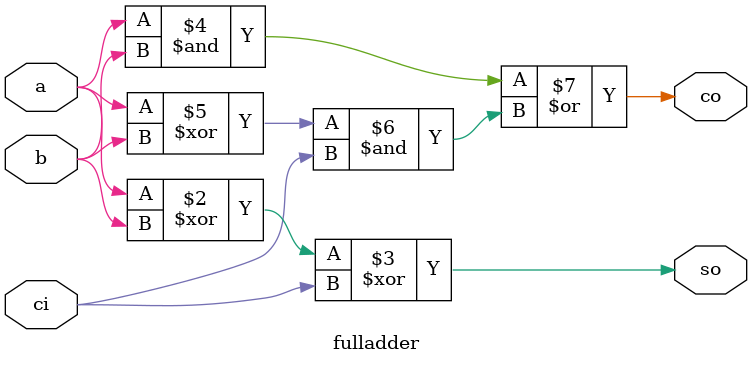
<source format=v>
/* fulladder */
module fulladder (
    input wire a, b, ci,
    output reg so, co
);

always @(*) begin
    so = a ^ b ^ ci;
    co = (a & b) | (a ^ b) & ci;
end

endmodule

</source>
